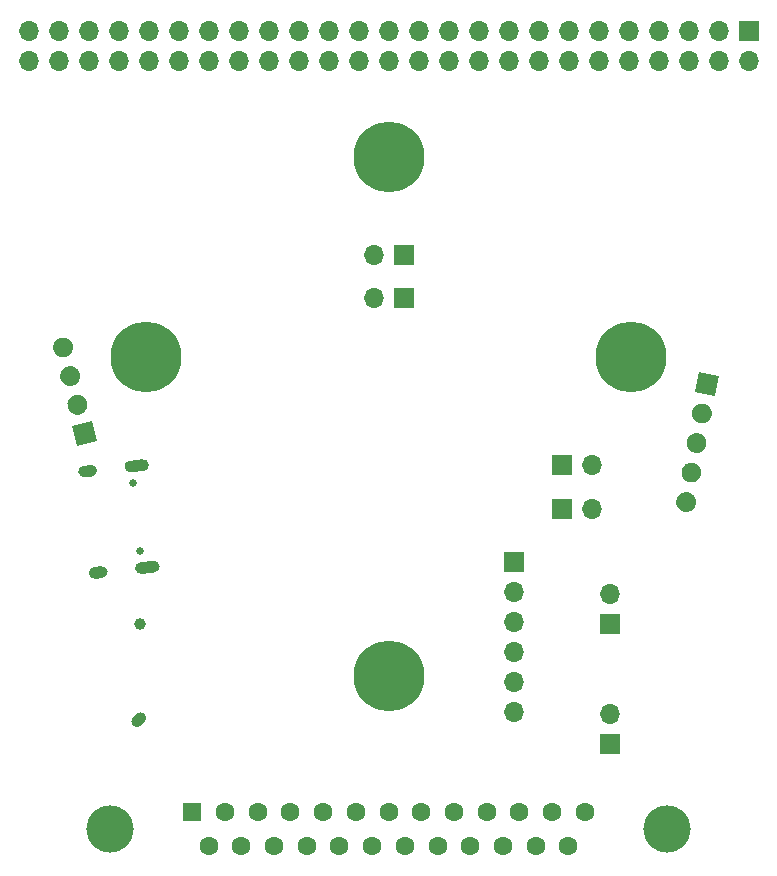
<source format=gbs>
%TF.GenerationSoftware,KiCad,Pcbnew,5.1.12-84ad8e8a86~92~ubuntu20.04.1*%
%TF.CreationDate,2022-03-02T23:51:17-06:00*%
%TF.ProjectId,dietSCSI,64696574-5343-4534-992e-6b696361645f,rev?*%
%TF.SameCoordinates,Original*%
%TF.FileFunction,Soldermask,Bot*%
%TF.FilePolarity,Negative*%
%FSLAX46Y46*%
G04 Gerber Fmt 4.6, Leading zero omitted, Abs format (unit mm)*
G04 Created by KiCad (PCBNEW 5.1.12-84ad8e8a86~92~ubuntu20.04.1) date 2022-03-02 23:51:17*
%MOMM*%
%LPD*%
G01*
G04 APERTURE LIST*
%ADD10C,0.650000*%
%ADD11C,1.000000*%
%ADD12R,1.700000X1.700000*%
%ADD13O,1.700000X1.700000*%
%ADD14C,4.000000*%
%ADD15C,1.600000*%
%ADD16R,1.600000X1.600000*%
%ADD17C,0.150000*%
%ADD18C,6.000000*%
G04 APERTURE END LIST*
%TO.C,J2*%
G36*
G01*
X115575177Y-61741335D02*
X116669151Y-61626353D01*
G75*
G02*
X117218676Y-62071350I52264J-497261D01*
G01*
X117218676Y-62071350D01*
G75*
G02*
X116773679Y-62620875I-497261J-52264D01*
G01*
X115679705Y-62735857D01*
G75*
G02*
X115130180Y-62290860I-52264J497261D01*
G01*
X115130180Y-62290860D01*
G75*
G02*
X115575177Y-61741335I497261J52264D01*
G01*
G37*
G36*
G01*
X116478302Y-70334004D02*
X117572276Y-70219022D01*
G75*
G02*
X118121801Y-70664019I52264J-497261D01*
G01*
X118121801Y-70664019D01*
G75*
G02*
X117676804Y-71213544I-497261J-52264D01*
G01*
X116582830Y-71328526D01*
G75*
G02*
X116033305Y-70883529I-52264J497261D01*
G01*
X116033305Y-70883529D01*
G75*
G02*
X116478302Y-70334004I497261J52264D01*
G01*
G37*
G36*
G01*
X111666705Y-62152132D02*
X112263419Y-62089414D01*
G75*
G02*
X112812944Y-62534411I52264J-497261D01*
G01*
X112812944Y-62534411D01*
G75*
G02*
X112367947Y-63083936I-497261J-52264D01*
G01*
X111771233Y-63146654D01*
G75*
G02*
X111221708Y-62701657I-52264J497261D01*
G01*
X111221708Y-62701657D01*
G75*
G02*
X111666705Y-62152132I497261J52264D01*
G01*
G37*
G36*
G01*
X112569831Y-70744801D02*
X113166545Y-70682083D01*
G75*
G02*
X113716070Y-71127080I52264J-497261D01*
G01*
X113716070Y-71127080D01*
G75*
G02*
X113271073Y-71676605I-497261J-52264D01*
G01*
X112674359Y-71739323D01*
G75*
G02*
X112124834Y-71294326I-52264J497261D01*
G01*
X112124834Y-71294326D01*
G75*
G02*
X112569831Y-70744801I497261J52264D01*
G01*
G37*
D10*
X116430817Y-69403872D03*
X115826642Y-63655535D03*
%TD*%
D11*
%TO.C,J13*%
X116492000Y-75539000D03*
G36*
G01*
X115855605Y-83468289D02*
X116138447Y-83185447D01*
G75*
G02*
X116845553Y-83185447I353553J-353553D01*
G01*
X116845553Y-83185447D01*
G75*
G02*
X116845553Y-83892553I-353553J-353553D01*
G01*
X116562711Y-84175395D01*
G75*
G02*
X115855605Y-84175395I-353553J353553D01*
G01*
X115855605Y-84175395D01*
G75*
G02*
X115855605Y-83468289I353553J353553D01*
G01*
G37*
%TD*%
D12*
%TO.C,J12*%
X167980000Y-25336500D03*
D13*
X167980000Y-27876500D03*
X165440000Y-25336500D03*
X165440000Y-27876500D03*
X162900000Y-25336500D03*
X162900000Y-27876500D03*
X160360000Y-25336500D03*
X160360000Y-27876500D03*
X157820000Y-25336500D03*
X157820000Y-27876500D03*
X155280000Y-25336500D03*
X155280000Y-27876500D03*
X152740000Y-25336500D03*
X152740000Y-27876500D03*
X150200000Y-25336500D03*
X150200000Y-27876500D03*
X147660000Y-25336500D03*
X147660000Y-27876500D03*
X145120000Y-25336500D03*
X145120000Y-27876500D03*
X142580000Y-25336500D03*
X142580000Y-27876500D03*
X140040000Y-25336500D03*
X140040000Y-27876500D03*
X137500000Y-25336500D03*
X137500000Y-27876500D03*
X134960000Y-25336500D03*
X134960000Y-27876500D03*
X132420000Y-25336500D03*
X132420000Y-27876500D03*
X129880000Y-25336500D03*
X129880000Y-27876500D03*
X127340000Y-25336500D03*
X127340000Y-27876500D03*
X124800000Y-25336500D03*
X124800000Y-27876500D03*
X122260000Y-25336500D03*
X122260000Y-27876500D03*
X119720000Y-25336500D03*
X119720000Y-27876500D03*
X117180000Y-25336500D03*
X117180000Y-27876500D03*
X114640000Y-25336500D03*
X114640000Y-27876500D03*
X112100000Y-25336500D03*
X112100000Y-27876500D03*
X109560000Y-25336500D03*
X109560000Y-27876500D03*
X107020000Y-25336500D03*
X107020000Y-27876500D03*
%TD*%
D14*
%TO.C,J11*%
X161050000Y-92920000D03*
X113950000Y-92920000D03*
D15*
X152735000Y-94340000D03*
X149965000Y-94340000D03*
X147195000Y-94340000D03*
X144425000Y-94340000D03*
X141655000Y-94340000D03*
X138885000Y-94340000D03*
X136115000Y-94340000D03*
X133345000Y-94340000D03*
X130575000Y-94340000D03*
X127805000Y-94340000D03*
X125035000Y-94340000D03*
X122265000Y-94340000D03*
X154120000Y-91500000D03*
X151350000Y-91500000D03*
X148580000Y-91500000D03*
X145810000Y-91500000D03*
X143040000Y-91500000D03*
X140270000Y-91500000D03*
X137500000Y-91500000D03*
X134730000Y-91500000D03*
X131960000Y-91500000D03*
X129190000Y-91500000D03*
X126420000Y-91500000D03*
X123650000Y-91500000D03*
D16*
X120880000Y-91500000D03*
%TD*%
D17*
%TO.C,J4*%
G36*
X112379118Y-58405615D02*
G01*
X112790385Y-60055118D01*
X111140882Y-60466385D01*
X110729615Y-58816882D01*
X112379118Y-58405615D01*
G37*
G36*
G01*
X111979946Y-56804627D02*
X111979946Y-56804627D01*
G75*
G02*
X111360829Y-57835012I-824751J-205634D01*
G01*
X111360829Y-57835012D01*
G75*
G02*
X110330444Y-57215895I-205634J824751D01*
G01*
X110330444Y-57215895D01*
G75*
G02*
X110949561Y-56185510I824751J205634D01*
G01*
X110949561Y-56185510D01*
G75*
G02*
X111979946Y-56804627I205634J-824751D01*
G01*
G37*
G36*
G01*
X111375142Y-54378887D02*
X111375142Y-54378887D01*
G75*
G02*
X110756025Y-55409272I-824751J-205634D01*
G01*
X110756025Y-55409272D01*
G75*
G02*
X109725640Y-54790155I-205634J824751D01*
G01*
X109725640Y-54790155D01*
G75*
G02*
X110344757Y-53759770I824751J205634D01*
G01*
X110344757Y-53759770D01*
G75*
G02*
X111375142Y-54378887I205634J-824751D01*
G01*
G37*
G36*
G01*
X110770337Y-51953148D02*
X110770337Y-51953148D01*
G75*
G02*
X110151220Y-52983533I-824751J-205634D01*
G01*
X110151220Y-52983533D01*
G75*
G02*
X109120835Y-52364416I-205634J824751D01*
G01*
X109120835Y-52364416D01*
G75*
G02*
X109739952Y-51334031I824751J205634D01*
G01*
X109739952Y-51334031D01*
G75*
G02*
X110770337Y-51953148I205634J-824751D01*
G01*
G37*
%TD*%
D18*
%TO.C,H8*%
X137500000Y-80000000D03*
%TD*%
%TO.C,H7*%
X117000000Y-53000000D03*
%TD*%
%TO.C,H6*%
X158000000Y-53000000D03*
%TD*%
%TO.C,H5*%
X137500000Y-36000000D03*
%TD*%
%TO.C,J10*%
G36*
G01*
X161863648Y-65103046D02*
X161863648Y-65103046D01*
G75*
G02*
X162848336Y-64413560I837087J-147601D01*
G01*
X162848336Y-64413560D01*
G75*
G02*
X163537822Y-65398248I-147601J-837087D01*
G01*
X163537822Y-65398248D01*
G75*
G02*
X162553134Y-66087734I-837087J147601D01*
G01*
X162553134Y-66087734D01*
G75*
G02*
X161863648Y-65103046I147601J837087D01*
G01*
G37*
G36*
G01*
X162304714Y-62601634D02*
X162304714Y-62601634D01*
G75*
G02*
X163289402Y-61912148I837087J-147601D01*
G01*
X163289402Y-61912148D01*
G75*
G02*
X163978888Y-62896836I-147601J-837087D01*
G01*
X163978888Y-62896836D01*
G75*
G02*
X162994200Y-63586322I-837087J147601D01*
G01*
X162994200Y-63586322D01*
G75*
G02*
X162304714Y-62601634I147601J837087D01*
G01*
G37*
G36*
G01*
X162745780Y-60100222D02*
X162745780Y-60100222D01*
G75*
G02*
X163730468Y-59410736I837087J-147601D01*
G01*
X163730468Y-59410736D01*
G75*
G02*
X164419954Y-60395424I-147601J-837087D01*
G01*
X164419954Y-60395424D01*
G75*
G02*
X163435266Y-61084910I-837087J147601D01*
G01*
X163435266Y-61084910D01*
G75*
G02*
X162745780Y-60100222I147601J837087D01*
G01*
G37*
G36*
G01*
X163186847Y-57598811D02*
X163186847Y-57598811D01*
G75*
G02*
X164171535Y-56909325I837087J-147601D01*
G01*
X164171535Y-56909325D01*
G75*
G02*
X164861021Y-57894013I-147601J-837087D01*
G01*
X164861021Y-57894013D01*
G75*
G02*
X163876333Y-58583499I-837087J147601D01*
G01*
X163876333Y-58583499D01*
G75*
G02*
X163186847Y-57598811I147601J837087D01*
G01*
G37*
D17*
G36*
X163480312Y-55934486D02*
G01*
X163775514Y-54260312D01*
X165449688Y-54555514D01*
X165154486Y-56229688D01*
X163480312Y-55934486D01*
G37*
%TD*%
D13*
%TO.C,J9*%
X136230000Y-48006000D03*
D12*
X138770000Y-48006000D03*
%TD*%
D13*
%TO.C,J8*%
X154686000Y-62103000D03*
D12*
X152146000Y-62103000D03*
%TD*%
D13*
%TO.C,J7*%
X154686000Y-65849500D03*
D12*
X152146000Y-65849500D03*
%TD*%
D13*
%TO.C,J6*%
X136230000Y-44323000D03*
D12*
X138770000Y-44323000D03*
%TD*%
D13*
%TO.C,J5*%
X156210000Y-73025000D03*
D12*
X156210000Y-75565000D03*
%TD*%
D13*
%TO.C,J3*%
X156210000Y-83185000D03*
D12*
X156210000Y-85725000D03*
%TD*%
D13*
%TO.C,J1*%
X148145500Y-82994500D03*
X148145500Y-80454500D03*
X148145500Y-77914500D03*
X148145500Y-75374500D03*
X148145500Y-72834500D03*
D12*
X148145500Y-70294500D03*
%TD*%
M02*

</source>
